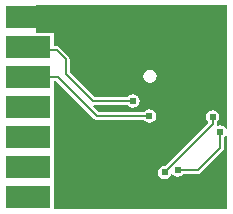
<source format=gbl>
G04 Layer_Physical_Order=2*
G04 Layer_Color=11436288*
%FSLAX25Y25*%
%MOIN*%
G70*
G01*
G75*
%ADD10R,0.15000X0.07600*%
%ADD19C,0.00600*%
%ADD21C,0.01969*%
%ADD22C,0.02400*%
G36*
X178929Y447974D02*
X178429Y447822D01*
X178086Y448336D01*
X177358Y448822D01*
X176500Y448993D01*
X175755Y448845D01*
X175438Y449063D01*
X175317Y449207D01*
X175326Y449250D01*
Y449990D01*
X175586Y450164D01*
X176072Y450892D01*
X176243Y451750D01*
X176072Y452608D01*
X175586Y453336D01*
X174858Y453822D01*
X174000Y453993D01*
X173142Y453822D01*
X172414Y453336D01*
X171928Y452608D01*
X171757Y451750D01*
X171928Y450892D01*
X172414Y450164D01*
X172441Y449565D01*
X158307Y435432D01*
X158000Y435493D01*
X157142Y435322D01*
X156414Y434836D01*
X155928Y434108D01*
X155757Y433250D01*
X155928Y432392D01*
X156414Y431664D01*
X157142Y431178D01*
X158000Y431007D01*
X158858Y431178D01*
X159586Y431664D01*
X160072Y432392D01*
X160116Y432613D01*
X160647Y432719D01*
X160851Y432414D01*
X161579Y431928D01*
X162437Y431757D01*
X163295Y431928D01*
X164023Y432414D01*
X164197Y432675D01*
X169000D01*
X169507Y432775D01*
X169937Y433063D01*
X177437Y440563D01*
X177725Y440993D01*
X177825Y441500D01*
Y444990D01*
X178086Y445164D01*
X178429Y445678D01*
X178929Y445526D01*
Y421071D01*
X121000D01*
Y429800D01*
X121000D01*
Y430200D01*
X121000D01*
Y439800D01*
X121000D01*
Y440200D01*
X121000D01*
Y449800D01*
X121000D01*
Y450200D01*
X121000D01*
Y459800D01*
X121000D01*
Y460200D01*
X121000D01*
Y463674D01*
X121951D01*
X134563Y451063D01*
X134993Y450775D01*
X135500Y450674D01*
X151177D01*
X151351Y450414D01*
X152079Y449928D01*
X152937Y449757D01*
X153795Y449928D01*
X154523Y450414D01*
X155009Y451142D01*
X155180Y452000D01*
X155009Y452858D01*
X154523Y453586D01*
X153795Y454072D01*
X152937Y454243D01*
X152079Y454072D01*
X151351Y453586D01*
X151177Y453326D01*
X136049D01*
X134200Y455174D01*
X134407Y455675D01*
X145677D01*
X145851Y455414D01*
X146579Y454928D01*
X147437Y454757D01*
X148295Y454928D01*
X149023Y455414D01*
X149509Y456142D01*
X149680Y457000D01*
X149509Y457858D01*
X149023Y458586D01*
X148295Y459072D01*
X147437Y459243D01*
X146579Y459072D01*
X145851Y458586D01*
X145677Y458325D01*
X134549D01*
X126326Y466549D01*
Y471000D01*
X126225Y471507D01*
X125937Y471937D01*
X122937Y474937D01*
X122507Y475225D01*
X122000Y475325D01*
X121000D01*
Y479800D01*
X115000D01*
Y488929D01*
X178929D01*
Y447974D01*
D02*
G37*
%LPC*%
G36*
X153157Y467523D02*
X152299Y467352D01*
X151571Y466866D01*
X151085Y466138D01*
X150914Y465279D01*
X151085Y464421D01*
X151571Y463693D01*
X152299Y463207D01*
X153157Y463036D01*
X154016Y463207D01*
X154744Y463693D01*
X155230Y464421D01*
X155401Y465279D01*
X155230Y466138D01*
X154744Y466866D01*
X154016Y467352D01*
X153157Y467523D01*
D02*
G37*
%LPD*%
D10*
X112500Y425000D02*
D03*
Y435000D02*
D03*
Y445000D02*
D03*
Y455000D02*
D03*
Y465000D02*
D03*
Y475000D02*
D03*
Y485000D02*
D03*
D19*
X135500Y452000D02*
X152937D01*
X122500Y465000D02*
X135500Y452000D01*
X112500Y465000D02*
X122500D01*
X134000Y457000D02*
X147437D01*
X125000Y466000D02*
X134000Y457000D01*
X112500Y475000D02*
X113500Y474000D01*
X122000D01*
X125000Y471000D01*
Y466000D02*
Y471000D01*
X162437Y434000D02*
X169000D01*
X176500Y441500D01*
Y446750D01*
X158000Y433250D02*
X174000Y449250D01*
Y451750D01*
D21*
X168374Y460063D02*
D03*
X164437D02*
D03*
X160500D02*
D03*
X168374Y464000D02*
D03*
X164437D02*
D03*
X160500D02*
D03*
X168374Y467937D02*
D03*
X164437D02*
D03*
X160500D02*
D03*
D22*
X169437Y484000D02*
D03*
Y478500D02*
D03*
X156437Y448500D02*
D03*
X167437Y422500D02*
D03*
X173437D02*
D03*
X147437Y457000D02*
D03*
X152937Y452000D02*
D03*
X162437Y434000D02*
D03*
X176500Y446750D02*
D03*
X174000Y451750D02*
D03*
X158000Y433250D02*
D03*
M02*

</source>
